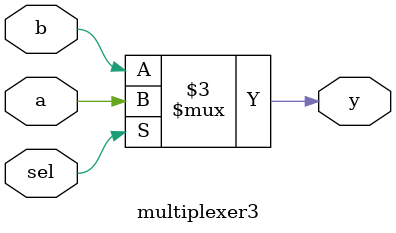
<source format=v>
module multiplexer1 (
    a,b,sel,
    y
);

input       a, b, sel;
output      y;

assign y= sel ? a : b;
    
endmodule

module multiplexer2 (
    a,b,sel,
    y
);

input       a, b, sel;
output      y;

assign y= (a&sel) | (b&~sel);
    
endmodule

module multiplexer3 (
    a,b,sel,
    y
);

input       a, b, sel;
output reg  y;

always @(a, b, sel) begin
    if(sel) y=a;
    else y=b;
end
    
endmodule
</source>
